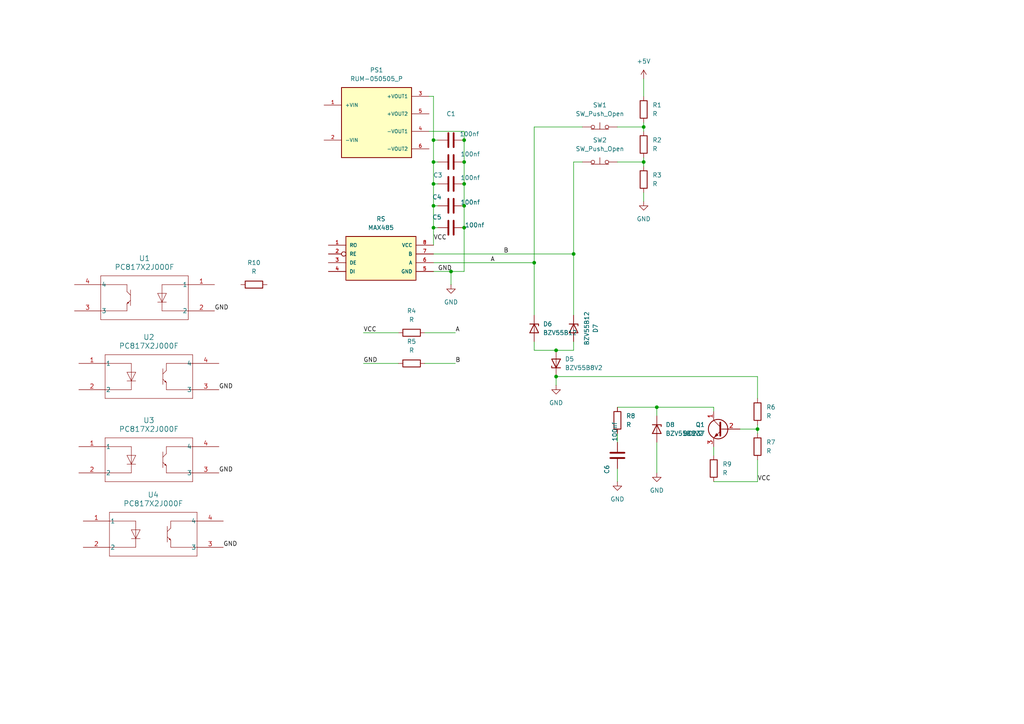
<source format=kicad_sch>
(kicad_sch (version 20231120) (generator "eeschema") (generator_version "8.0")
  (paper "A4")
  (lib_symbols
    (symbol "2024-07-11_18-43-46:PC817X2J000F" (pin_names (offset 0.254))
      (property "Reference" "U" (at 20.32 7.62 0))
      (property "Value" "PC817X2J000F" (at 20.32 7.62 0))
      (symbol "PC817X2J000F_0_1"
        (polyline (pts (xy 7.62 -10.16) (xy 33.02 -10.16)) (stroke (width 0.127)))
        (polyline (pts (xy 7.62 0) (xy 15.24 0)) (stroke (width 0.127)))
        (polyline (pts (xy 7.62 2.54) (xy 7.62 -10.16)) (stroke (width 0.127)))
        (polyline (pts (xy 13.97 -5.08) (xy 16.51 -5.08)) (stroke (width 0.127)))
        (polyline (pts (xy 13.97 -2.54) (xy 15.24 -5.08)) (stroke (width 0.127)))
        (polyline (pts (xy 13.97 -2.54) (xy 16.51 -2.54)) (stroke (width 0.127)))
        (polyline (pts (xy 15.24 -7.62) (xy 7.62 -7.62)) (stroke (width 0.127)))
        (polyline (pts (xy 15.24 -5.08) (xy 16.51 -2.54)) (stroke (width 0.127)))
        (polyline (pts (xy 15.24 0) (xy 15.24 -7.62)) (stroke (width 0.127)))
        (polyline (pts (xy 24.384 -1.524) (xy 24.384 -6.096)) (stroke (width 0.127)))
        (polyline (pts (xy 25.146 -5.334) (xy 24.384 -4.572)) (stroke (width 0.127)))
        (polyline (pts (xy 25.4 -7.62) (xy 25.4 -5.588)) (stroke (width 0.127)))
        (polyline (pts (xy 25.4 -2.032) (xy 24.384 -3.048)) (stroke (width 0.127)))
        (polyline (pts (xy 25.4 0) (xy 25.4 -2.032)) (stroke (width 0.127)))
        (polyline (pts (xy 25.4 0) (xy 33.02 0)) (stroke (width 0.127)))
        (polyline (pts (xy 33.02 -10.16) (xy 33.02 2.54)) (stroke (width 0.127)))
        (polyline (pts (xy 33.02 -7.62) (xy 25.4 -7.62)) (stroke (width 0.127)))
        (polyline (pts (xy 33.02 2.54) (xy 7.62 2.54)) (stroke (width 0.127)))
        (polyline (pts (xy 25.4 -5.588) (xy 25.146 -5.08) (xy 24.892 -5.334)) (fill (type outline)))
        (pin unspecified line (at 0 0 0) (length 7.62) (name "1") (number "1"))
        (pin unspecified line (at 0 -7.62 0) (length 7.62) (name "2") (number "2"))
        (pin unspecified line (at 40.64 -7.62 180) (length 7.62) (name "3") (number "3"))
        (pin unspecified line (at 40.64 0 180) (length 7.62) (name "4") (number "4"))
      )
    )
    (symbol "Device:C" (pin_numbers hide) (pin_names (offset 0.254))
      (property "Reference" "C" (at 0.635 2.54 0))
      (property "Value" "C" (at 0.635 -2.54 0))
      (symbol "C_0_1"
        (polyline (pts (xy -2.032 -0.762) (xy 2.032 -0.762)) (stroke (width 0.508)))
        (polyline (pts (xy -2.032 0.762) (xy 2.032 0.762)) (stroke (width 0.508)))
      )
      (symbol "C_1_1"
        (pin passive line (at 0 3.81 270) (length 2.794) (name "~") (number "1"))
        (pin passive line (at 0 -3.81 90) (length 2.794) (name "~") (number "2"))
      )
    )
    (symbol "Device:R" (pin_numbers hide) (pin_names (offset 0))
      (property "Reference" "R" (at 2.032 0 90))
      (property "Value" "R" (at 0 0 90))
      (symbol "R_0_1"
        (rectangle (start -1.016 -2.54) (end 1.016 2.54) (stroke (width 0.254)))
      )
      (symbol "R_1_1"
        (pin passive line (at 0 3.81 270) (length 1.27) (name "~") (number "1"))
        (pin passive line (at 0 -3.81 90) (length 1.27) (name "~") (number "2"))
      )
    )
    (symbol "Diode:BZV55B12" (pin_numbers hide) (pin_names hide)
      (property "Reference" "D" (at 0 2.54 0))
      (property "Value" "BZV55B12" (at 0 -2.54 0))
      (symbol "BZV55B12_0_1"
        (polyline (pts (xy 1.27 0) (xy -1.27 0)))
        (polyline (pts (xy -1.27 -1.27) (xy -1.27 1.27) (xy -0.762 1.27)) (stroke (width 0.254)))
        (polyline (pts (xy 1.27 -1.27) (xy 1.27 1.27) (xy -1.27 0) (xy 1.27 -1.27)) (stroke (width 0.254)))
      )
      (symbol "BZV55B12_1_1"
        (pin passive line (at -3.81 0 0) (length 2.54) (name "K") (number "1"))
        (pin passive line (at 3.81 0 180) (length 2.54) (name "A") (number "2"))
      )
    )
    (symbol "Diode:BZV55B8V2" (pin_numbers hide) (pin_names hide)
      (property "Reference" "D" (at 0 2.54 0))
      (property "Value" "BZV55B8V2" (at 0 -2.54 0))
      (symbol "BZV55B8V2_0_1"
        (polyline (pts (xy 1.27 0) (xy -1.27 0)))
        (polyline (pts (xy -1.27 -1.27) (xy -1.27 1.27) (xy -0.762 1.27)) (stroke (width 0.254)))
        (polyline (pts (xy 1.27 -1.27) (xy 1.27 1.27) (xy -1.27 0) (xy 1.27 -1.27)) (stroke (width 0.254)))
      )
      (symbol "BZV55B8V2_1_1"
        (pin passive line (at -3.81 0 0) (length 2.54) (name "K") (number "1"))
        (pin passive line (at 3.81 0 180) (length 2.54) (name "A") (number "2"))
      )
    )
    (symbol "MAX485:MAX485" (pin_names (offset 1.016))
      (property "Reference" "U" (at -10.1786 7.634 0))
      (property "Value" "MAX485" (at -10.1702 -7.6276 0))
      (symbol "MAX485_0_0"
        (rectangle (start -10.16 -5.08) (end 10.16 7.62) (stroke (width 0.254)) (fill (type background)))
        (pin bidirectional line (at -15.24 5.08 0) (length 5.08) (name "RO") (number "1"))
        (pin bidirectional inverted (at -15.24 2.54 0) (length 5.08) (name "RE") (number "2"))
        (pin bidirectional line (at -15.24 0 0) (length 5.08) (name "DE") (number "3"))
        (pin bidirectional line (at -15.24 -2.54 0) (length 5.08) (name "DI") (number "4"))
        (pin bidirectional line (at 15.24 -2.54 180) (length 5.08) (name "GND") (number "5"))
        (pin bidirectional line (at 15.24 0 180) (length 5.08) (name "A") (number "6"))
        (pin bidirectional line (at 15.24 2.54 180) (length 5.08) (name "B") (number "7"))
        (pin bidirectional line (at 15.24 5.08 180) (length 5.08) (name "VCC") (number "8"))
      )
    )
    (symbol "RUM-050505_P:RUM-050505_P" (pin_names (offset 1.016))
      (property "Reference" "PS" (at -10.1639 11.4379 0))
      (property "Value" "RUM-050505_P" (at -10.1614 -12.7027 0))
      (symbol "RUM-050505_P_0_0"
        (rectangle (start -10.16 -10.16) (end 10.16 10.16) (stroke (width 0.254)) (fill (type background)))
        (pin input line (at -15.24 5.08 0) (length 5.08) (name "+VIN") (number "1"))
        (pin input line (at -15.24 -5.08 0) (length 5.08) (name "-VIN") (number "2"))
        (pin output line (at 15.24 7.62 180) (length 5.08) (name "+VOUT1") (number "3"))
        (pin output line (at 15.24 -2.54 180) (length 5.08) (name "-VOUT1") (number "4"))
        (pin output line (at 15.24 2.54 180) (length 5.08) (name "+VOUT2") (number "5"))
        (pin output line (at 15.24 -7.62 180) (length 5.08) (name "-VOUT2") (number "6"))
      )
    )
    (symbol "Switch:SW_Push_Open" (pin_numbers hide) (pin_names (offset 1.016) hide)
      (property "Reference" "SW" (at 0 2.54 0))
      (property "Value" "SW_Push_Open" (at 0 -1.905 0))
      (symbol "SW_Push_Open_0_1"
        (circle (center -2.032 0) (radius 0.508))
        (polyline (pts (xy -2.54 -0.635) (xy 2.54 -0.635)))
        (polyline (pts (xy 0 -0.635) (xy 0 1.27)))
        (circle (center 2.032 0) (radius 0.508))
        (pin passive line (at -5.08 0 0) (length 2.54) (name "A") (number "1"))
      )
      (symbol "SW_Push_Open_1_1"
        (pin passive line (at 5.08 0 180) (length 2.54) (name "B") (number "2"))
      )
    )
    (symbol "Transistor_BJT:BC237" (pin_names (offset 0) hide)
      (property "Reference" "Q" (at 5.08 1.905 0))
      (property "Value" "BC237" (at 5.08 0 0))
      (symbol "BC237_0_1"
        (polyline (pts (xy 0 0) (xy 0.635 0)))
        (polyline (pts (xy 0.635 0.635) (xy 2.54 2.54)))
        (polyline (pts (xy 0.635 -0.635) (xy 2.54 -2.54) (xy 2.54 -2.54)))
        (polyline (pts (xy 0.635 1.905) (xy 0.635 -1.905) (xy 0.635 -1.905)) (stroke (width 0.508)))
        (polyline (pts (xy 1.27 -1.778) (xy 1.778 -1.27) (xy 2.286 -2.286) (xy 1.27 -1.778) (xy 1.27 -1.778)) (fill (type outline)))
        (circle (center 1.27 0) (radius 2.8194) (stroke (width 0.254)))
      )
      (symbol "BC237_1_1"
        (pin passive line (at 2.54 5.08 270) (length 2.54) (name "C") (number "1"))
        (pin input line (at -5.08 0 0) (length 5.08) (name "B") (number "2"))
        (pin passive line (at 2.54 -5.08 90) (length 2.54) (name "E") (number "3"))
      )
    )
    (symbol "power:+5V" (power) (pin_numbers hide) (pin_names (offset 0) hide)
      (property "Value" "+5V" (at 0 3.556 0))
      (symbol "+5V_0_1"
        (polyline (pts (xy -0.762 1.27) (xy 0 2.54)))
        (polyline (pts (xy 0 0) (xy 0 2.54)))
        (polyline (pts (xy 0 2.54) (xy 0.762 1.27)))
      )
      (symbol "+5V_1_1"
        (pin power_in line (at 0 0 90) (length 0) (name "~") (number "1"))
      )
    )
    (symbol "power:GND" (power) (pin_numbers hide) (pin_names (offset 0) hide)
      (property "Value" "GND" (at 0 -3.81 0))
      (symbol "GND_0_1"
        (polyline (pts (xy 0 0) (xy 0 -1.27) (xy 1.27 -1.27) (xy 0 -2.54) (xy -1.27 -1.27) (xy 0 -1.27)))
      )
      (symbol "GND_1_1"
        (pin power_in line (at 0 0 270) (length 0) (name "~") (number "1"))
      )
    )
  )
  (junction (at 125.73 59.69))
  (junction (at 125.73 66.04))
  (junction (at 125.73 46.99))
  (junction (at 125.73 53.34))
  (junction (at 130.81 78.74))
  (junction (at 219.71 124.46))
  (junction (at 134.62 59.69))
  (junction (at 134.62 40.64))
  (junction (at 166.37 73.66))
  (junction (at 190.5 118.11))
  (junction (at 154.94 76.2))
  (junction (at 161.29 101.6))
  (junction (at 125.73 40.64))
  (junction (at 186.69 36.83))
  (junction (at 186.69 46.99))
  (junction (at 134.62 53.34))
  (junction (at 161.29 109.22))
  (junction (at 134.62 46.99))
  (junction (at 134.62 66.04))
  (wire (pts (xy 168.91 36.83) (xy 154.94 36.83)))
  (wire (pts (xy 190.5 118.11) (xy 190.5 120.65)))
  (wire (pts (xy 105.41 105.41) (xy 115.57 105.41)))
  (wire (pts (xy 166.37 99.06) (xy 166.37 101.6)))
  (wire (pts (xy 219.71 109.22) (xy 219.71 115.57)))
  (wire (pts (xy 161.29 109.22) (xy 219.71 109.22)))
  (wire (pts (xy 186.69 45.72) (xy 186.69 46.99)))
  (wire (pts (xy 125.73 40.64) (xy 127 40.64)))
  (wire (pts (xy 207.01 119.38) (xy 207.01 118.11)))
  (wire (pts (xy 125.73 66.04) (xy 127 66.04)))
  (wire (pts (xy 125.73 53.34) (xy 125.73 59.69)))
  (wire (pts (xy 134.62 40.64) (xy 134.62 46.99)))
  (wire (pts (xy 124.46 27.94) (xy 125.73 27.94)))
  (wire (pts (xy 125.73 66.04) (xy 125.73 71.12)))
  (wire (pts (xy 134.62 38.1) (xy 134.62 40.64)))
  (wire (pts (xy 219.71 124.46) (xy 219.71 125.73)))
  (wire (pts (xy 166.37 73.66) (xy 166.37 91.44)))
  (wire (pts (xy 219.71 139.7) (xy 207.01 139.7)))
  (wire (pts (xy 132.08 105.41) (xy 123.19 105.41)))
  (wire (pts (xy 186.69 46.99) (xy 186.69 48.26)))
  (wire (pts (xy 186.69 35.56) (xy 186.69 36.83)))
  (wire (pts (xy 207.01 129.54) (xy 207.01 132.08)))
  (wire (pts (xy 219.71 133.35) (xy 219.71 139.7)))
  (wire (pts (xy 214.63 124.46) (xy 219.71 124.46)))
  (wire (pts (xy 125.73 53.34) (xy 127 53.34)))
  (wire (pts (xy 154.94 101.6) (xy 161.29 101.6)))
  (wire (pts (xy 134.62 78.74) (xy 134.62 66.04)))
  (wire (pts (xy 190.5 118.11) (xy 179.07 118.11)))
  (wire (pts (xy 179.07 125.73) (xy 179.07 128.27)))
  (wire (pts (xy 134.62 59.69) (xy 134.62 66.04)))
  (wire (pts (xy 154.94 99.06) (xy 154.94 101.6)))
  (wire (pts (xy 219.71 123.19) (xy 219.71 124.46)))
  (wire (pts (xy 125.73 46.99) (xy 125.73 53.34)))
  (wire (pts (xy 179.07 135.89) (xy 179.07 139.7)))
  (wire (pts (xy 166.37 46.99) (xy 166.37 73.66)))
  (wire (pts (xy 132.08 96.52) (xy 123.19 96.52)))
  (wire (pts (xy 125.73 40.64) (xy 125.73 46.99)))
  (wire (pts (xy 179.07 46.99) (xy 186.69 46.99)))
  (wire (pts (xy 190.5 128.27) (xy 190.5 137.16)))
  (wire (pts (xy 161.29 109.22) (xy 161.29 111.76)))
  (wire (pts (xy 186.69 22.86) (xy 186.69 27.94)))
  (wire (pts (xy 130.81 78.74) (xy 130.81 82.55)))
  (wire (pts (xy 186.69 55.88) (xy 186.69 58.42)))
  (wire (pts (xy 186.69 36.83) (xy 186.69 38.1)))
  (wire (pts (xy 125.73 59.69) (xy 127 59.69)))
  (wire (pts (xy 130.81 78.74) (xy 134.62 78.74)))
  (wire (pts (xy 105.41 96.52) (xy 115.57 96.52)))
  (wire (pts (xy 179.07 36.83) (xy 186.69 36.83)))
  (wire (pts (xy 134.62 46.99) (xy 134.62 53.34)))
  (wire (pts (xy 124.46 38.1) (xy 134.62 38.1)))
  (wire (pts (xy 134.62 53.34) (xy 134.62 59.69)))
  (wire (pts (xy 154.94 76.2) (xy 154.94 91.44)))
  (wire (pts (xy 207.01 118.11) (xy 190.5 118.11)))
  (wire (pts (xy 168.91 46.99) (xy 166.37 46.99)))
  (wire (pts (xy 166.37 101.6) (xy 161.29 101.6)))
  (wire (pts (xy 125.73 27.94) (xy 125.73 40.64)))
  (wire (pts (xy 125.73 59.69) (xy 125.73 66.04)))
  (wire (pts (xy 125.73 46.99) (xy 127 46.99)))
  (wire (pts (xy 154.94 36.83) (xy 154.94 76.2)))
  (wire (pts (xy 125.73 76.2) (xy 154.94 76.2)))
  (wire (pts (xy 125.73 73.66) (xy 166.37 73.66)))
  (wire (pts (xy 125.73 78.74) (xy 130.81 78.74)))
  (label "GND" (at 105.41 105.41 0))
  (label "GND" (at 63.5 113.03 0))
  (label "VCC" (at 125.73 69.85 0))
  (label "A" (at 132.08 96.52 0))
  (label "VCC" (at 105.41 96.52 0))
  (label "GND" (at 63.5 137.16 0))
  (label "A" (at 142.24 76.2 0))
  (label "B" (at 132.08 105.41 0))
  (label "GND" (at 127 78.74 0))
  (label "B" (at 146.05 73.66 0))
  (label "VCC" (at 219.71 139.7 0))
  (label "GND" (at 62.23 90.17 0))
  (label "GND" (at 64.77 158.75 0))
  (symbol (lib_id "Device:R") (at 219.71 129.54 0) (unit 1)
    (property "Reference" "R7" (at 222.25 128.2699 0) (effects (justify left)))
    (property "Value" "R" (at 222.25 130.8099 0) (effects (justify left)))
    (property "Description" "Resistor" (effects (hide yes)))
  )
  (symbol (lib_id "Device:R") (at 179.07 121.92 0) (unit 1)
    (property "Reference" "R8" (at 181.61 120.6499 0) (effects (justify left)))
    (property "Value" "R" (at 181.61 123.1899 0) (effects (justify left)))
    (property "Description" "Resistor" (effects (hide yes)))
  )
  (symbol (lib_id "power:GND") (at 161.29 111.76 0) (unit 1)
    (property "Reference" "#PWR06" (effects (hide yes)))
    (property "Value" "GND" (at 161.29 116.84 0))
    (property "Description" "Power symbol creates a global label with name \"GND\" , ground" (effects (hide yes)))
  )
  (symbol (lib_id "Device:R") (at 186.69 52.07 0) (unit 1)
    (property "Reference" "R3" (at 189.23 50.7999 0) (effects (justify left)))
    (property "Value" "R" (at 189.23 53.3399 0) (effects (justify left)))
    (property "Description" "Resistor" (effects (hide yes)))
  )
  (symbol (lib_id "Device:R") (at 207.01 135.89 0) (unit 1)
    (property "Reference" "R9" (at 209.55 134.6199 0) (effects (justify left)))
    (property "Value" "R" (at 209.55 137.1599 0) (effects (justify left)))
    (property "Description" "Resistor" (effects (hide yes)))
  )
  (symbol (lib_id "Device:C") (at 130.81 40.64 90) (unit 1)
    (property "Reference" "C1" (at 130.81 33.02 90))
    (property "Value" "100nf" (at 136.144 38.862 90))
    (property "Description" "Unpolarized capacitor" (effects (hide yes)))
  )
  (symbol (lib_id "Device:R") (at 73.66 82.55 90) (unit 1)
    (property "Reference" "R10" (at 73.66 76.2 90))
    (property "Value" "R" (at 73.66 78.74 90))
    (property "Description" "Resistor" (effects (hide yes)))
  )
  (symbol (lib_id "Device:R") (at 186.69 31.75 0) (unit 1)
    (property "Reference" "R1" (at 189.23 30.4799 0) (effects (justify left)))
    (property "Value" "R" (at 189.23 33.0199 0) (effects (justify left)))
    (property "Description" "Resistor" (effects (hide yes)))
  )
  (symbol (lib_id "2024-07-11_18-43-46:PC817X2J000F") (at 22.86 129.54 0) (unit 1)
    (property "Reference" "U3" (at 43.18 121.92 0) (effects (font (size 1.524 1.524))))
    (property "Value" "PC817X2J000F" (at 43.18 124.46 0) (effects (font (size 1.524 1.524))))
    (property "Footprint" "PC817XF_SHP" (effects (hide yes)))
    (property "Datasheet" "PC817X2J000F" (effects (hide yes)))
  )
  (symbol (lib_id "Diode:BZV55B8V2") (at 190.5 124.46 270) (unit 1)
    (property "Reference" "D8" (at 193.04 123.1899 90) (effects (justify left)))
    (property "Value" "BZV55B8V2" (at 193.04 125.7299 90) (effects (justify left)))
    (property "Footprint" "Diode_SMD:D_MiniMELF" (effects (hide yes)))
    (property "Datasheet" "https://assets.nexperia.com/documents/data-sheet/BZV55_SER.pdf" (effects (hide yes)))
    (property "Description" "8.2V, 500mW, 2%, Zener diode, MiniMELF" (effects (hide yes)))
  )
  (symbol (lib_id "Diode:BZV55B12") (at 154.94 95.25 270) (unit 1)
    (property "Reference" "D6" (at 157.48 93.9799 90) (effects (justify left)))
    (property "Value" "BZV55B12" (at 157.48 96.5199 90) (effects (justify left)))
    (property "Footprint" "Diode_SMD:D_MiniMELF" (effects (hide yes)))
    (property "Datasheet" "https://assets.nexperia.com/documents/data-sheet/BZV55_SER.pdf" (effects (hide yes)))
    (property "Description" "12V, 500mW, 2%, Zener diode, MiniMELF" (effects (hide yes)))
  )
  (symbol (lib_id "Diode:BZV55B8V2") (at 161.29 105.41 90) (unit 1)
    (property "Reference" "D5" (at 163.83 104.1399 90) (effects (justify right)))
    (property "Value" "BZV55B8V2" (at 163.83 106.6799 90) (effects (justify right)))
    (property "Footprint" "Diode_SMD:D_MiniMELF" (effects (hide yes)))
    (property "Datasheet" "https://assets.nexperia.com/documents/data-sheet/BZV55_SER.pdf" (effects (hide yes)))
    (property "Description" "8.2V, 500mW, 2%, Zener diode, MiniMELF" (effects (hide yes)))
  )
  (symbol (lib_id "power:GND") (at 190.5 137.16 0) (unit 1)
    (property "Reference" "#PWR04" (effects (hide yes)))
    (property "Value" "GND" (at 190.5 142.24 0))
    (property "Description" "Power symbol creates a global label with name \"GND\" , ground" (effects (hide yes)))
  )
  (symbol (lib_id "Device:C") (at 130.81 66.04 90) (unit 1)
    (property "Reference" "C5" (at 126.746 62.992 90))
    (property "Value" "100nf" (at 137.668 65.278 90))
    (property "Description" "Unpolarized capacitor" (effects (hide yes)))
  )
  (symbol (lib_id "Device:R") (at 119.38 105.41 90) (unit 1)
    (property "Reference" "R5" (at 119.38 99.06 90))
    (property "Value" "R" (at 119.38 101.6 90))
    (property "Description" "Resistor" (effects (hide yes)))
  )
  (symbol (lib_id "Transistor_BJT:BC237") (at 209.55 124.46 0) (mirror y) (unit 1)
    (property "Reference" "Q1" (at 204.47 123.1899 0) (effects (justify left)))
    (property "Value" "BC237" (at 204.47 125.7299 0) (effects (justify left)))
    (property "Footprint" "Package_TO_SOT_THT:TO-92_Inline" (effects (hide yes)))
    (property "Datasheet" "http://www.onsemi.com/pub_link/Collateral/BC237-D.PDF" (effects (hide yes)))
    (property "Description" "100mA Ic, 50V Vce, Epitaxial Silicon NPN Transistor, TO-92" (effects (hide yes)))
  )
  (symbol (lib_id "2024-07-11_18-43-46:PC817X2J000F") (at 22.86 105.41 0) (unit 1)
    (property "Reference" "U2" (at 43.18 97.79 0) (effects (font (size 1.524 1.524))))
    (property "Value" "PC817X2J000F" (at 43.18 100.33 0) (effects (font (size 1.524 1.524))))
    (property "Footprint" "PC817XF_SHP" (effects (hide yes)))
    (property "Datasheet" "PC817X2J000F" (effects (hide yes)))
  )
  (symbol (lib_id "Device:C") (at 130.81 53.34 90) (unit 1)
    (property "Reference" "C3" (at 127 50.8 90))
    (property "Value" "100nf" (at 136.398 51.562 90))
    (property "Description" "Unpolarized capacitor" (effects (hide yes)))
  )
  (symbol (lib_id "Diode:BZV55B12") (at 166.37 95.25 270) (unit 1)
    (property "Reference" "D7" (at 172.72 95.25 0))
    (property "Value" "BZV55B12" (at 170.18 95.25 0))
    (property "Footprint" "Diode_SMD:D_MiniMELF" (effects (hide yes)))
    (property "Datasheet" "https://assets.nexperia.com/documents/data-sheet/BZV55_SER.pdf" (effects (hide yes)))
    (property "Description" "12V, 500mW, 2%, Zener diode, MiniMELF" (effects (hide yes)))
  )
  (symbol (lib_id "Device:R") (at 219.71 119.38 0) (unit 1)
    (property "Reference" "R6" (at 222.25 118.1099 0) (effects (justify left)))
    (property "Value" "R" (at 222.25 120.6499 0) (effects (justify left)))
    (property "Description" "Resistor" (effects (hide yes)))
  )
  (symbol (lib_id "power:GND") (at 130.81 82.55 0) (unit 1)
    (property "Reference" "#PWR03" (effects (hide yes)))
    (property "Value" "GND" (at 130.81 87.63 0))
    (property "Description" "Power symbol creates a global label with name \"GND\" , ground" (effects (hide yes)))
  )
  (symbol (lib_id "RUM-050505_P:RUM-050505_P") (at 109.22 35.56 0) (unit 1)
    (property "Reference" "PS1" (at 109.22 20.32 0))
    (property "Value" "RUM-050505_P" (at 109.22 22.86 0))
    (property "Footprint" "RUM-050505_P:CONV_RUM-050505_P" (effects (hide yes)))
    (property "PARTREV" "1" (effects (hide yes)))
    (property "STANDARD" "Manufacturer Recommendations" (effects (hide yes)))
    (property "MAXIMUM_PACKAGE_HEIGHT" "7.70mm" (effects (hide yes)))
    (property "MANUFACTURER" "RECOM" (effects (hide yes)))
  )
  (symbol (lib_id "power:GND") (at 186.69 58.42 0) (unit 1)
    (property "Reference" "#PWR02" (effects (hide yes)))
    (property "Value" "GND" (at 186.69 63.5 0))
    (property "Description" "Power symbol creates a global label with name \"GND\" , ground" (effects (hide yes)))
  )
  (symbol (lib_id "Device:C") (at 130.81 59.69 90) (unit 1)
    (property "Reference" "C4" (at 126.746 57.15 90))
    (property "Value" "100nf" (at 136.398 58.674 90))
    (property "Description" "Unpolarized capacitor" (effects (hide yes)))
  )
  (symbol (lib_id "2024-07-11_18-43-46:PC817X2J000F") (at 62.23 82.55 0) (mirror y) (unit 1)
    (property "Reference" "U1" (at 41.91 74.93 0) (effects (font (size 1.524 1.524))))
    (property "Value" "PC817X2J000F" (at 41.91 77.47 0) (effects (font (size 1.524 1.524))))
    (property "Footprint" "PC817XF_SHP" (effects (hide yes)))
    (property "Datasheet" "PC817X2J000F" (effects (hide yes)))
  )
  (symbol (lib_id "Device:R") (at 119.38 96.52 90) (unit 1)
    (property "Reference" "R4" (at 119.38 90.17 90))
    (property "Value" "R" (at 119.38 92.71 90))
    (property "Description" "Resistor" (effects (hide yes)))
  )
  (symbol (lib_id "Device:R") (at 186.69 41.91 0) (unit 1)
    (property "Reference" "R2" (at 189.23 40.6399 0) (effects (justify left)))
    (property "Value" "R" (at 189.23 43.1799 0) (effects (justify left)))
    (property "Description" "Resistor" (effects (hide yes)))
  )
  (symbol (lib_id "Switch:SW_Push_Open") (at 173.99 36.83 0) (unit 1)
    (property "Reference" "SW1" (at 173.99 30.48 0))
    (property "Value" "SW_Push_Open" (at 173.99 33.02 0))
    (property "Description" "Push button switch, push-to-open, generic, two pins" (effects (hide yes)))
  )
  (symbol (lib_id "Device:C") (at 179.07 132.08 180) (unit 1)
    (property "Reference" "C6" (at 176.022 136.144 90))
    (property "Value" "100nf" (at 178.308 125.222 90))
    (property "Description" "Unpolarized capacitor" (effects (hide yes)))
  )
  (symbol (lib_id "2024-07-11_18-43-46:PC817X2J000F") (at 24.13 151.13 0) (unit 1)
    (property "Reference" "U4" (at 44.45 143.51 0) (effects (font (size 1.524 1.524))))
    (property "Value" "PC817X2J000F" (at 44.45 146.05 0) (effects (font (size 1.524 1.524))))
    (property "Footprint" "PC817XF_SHP" (effects (hide yes)))
    (property "Datasheet" "PC817X2J000F" (effects (hide yes)))
  )
  (symbol (lib_id "Device:C") (at 130.81 46.99 90) (unit 1)
    (property "Reference" "C2" (effects (hide yes)))
    (property "Value" "100nf" (at 136.398 44.704 90))
    (property "Description" "Unpolarized capacitor" (effects (hide yes)))
  )
  (symbol (lib_id "power:GND") (at 179.07 139.7 0) (unit 1)
    (property "Reference" "#PWR05" (effects (hide yes)))
    (property "Value" "GND" (at 179.07 144.78 0))
    (property "Description" "Power symbol creates a global label with name \"GND\" , ground" (effects (hide yes)))
  )
  (symbol (lib_id "power:+5V") (at 186.69 22.86 0) (unit 1)
    (property "Reference" "#PWR01" (effects (hide yes)))
    (property "Value" "+5V" (at 186.69 17.78 0))
    (property "Description" "Power symbol creates a global label with name \"+5V\"" (effects (hide yes)))
  )
  (symbol (lib_id "MAX485:MAX485") (at 110.49 76.2 0) (unit 1)
    (property "Reference" "RS" (at 110.49 63.5 0))
    (property "Value" "MAX485" (at 110.49 66.04 0))
    (property "MF" "Analog Devices" (effects (hide yes)))
    (property "Description_1" "\n1/1 Transceiver Half RS422, RS485 8-uMAX-EP|8-uSOP-EP\n" (effects (hide yes)))
    (property "Package" "None" (effects (hide yes)))
    (property "Price" "None" (effects (hide yes)))
    (property "SnapEDA_Link" "https://www.snapeda.com/parts/MAX485/Analog+Devices/view-part/?ref=snap" (effects (hide yes)))
    (property "MP" "MAX485" (effects (hide yes)))
    (property "Purchase-URL" "https://www.snapeda.com/api/url_track_click_mouser/?unipart_id=8571353&manufacturer=Analog Devices&part_name=MAX485&search_term=None" (effects (hide yes)))
    (property "Availability" "In Stock" (effects (hide yes)))
    (property "Check_prices" "https://www.snapeda.com/parts/MAX485/Analog+Devices/view-part/?ref=eda" (effects (hide yes)))
  )
  (symbol (lib_id "Switch:SW_Push_Open") (at 173.99 46.99 0) (unit 1)
    (property "Reference" "SW2" (at 173.99 40.64 0))
    (property "Value" "SW_Push_Open" (at 173.99 43.18 0))
    (property "Description" "Push button switch, push-to-open, generic, two pins" (effects (hide yes)))
  )
)
</source>
